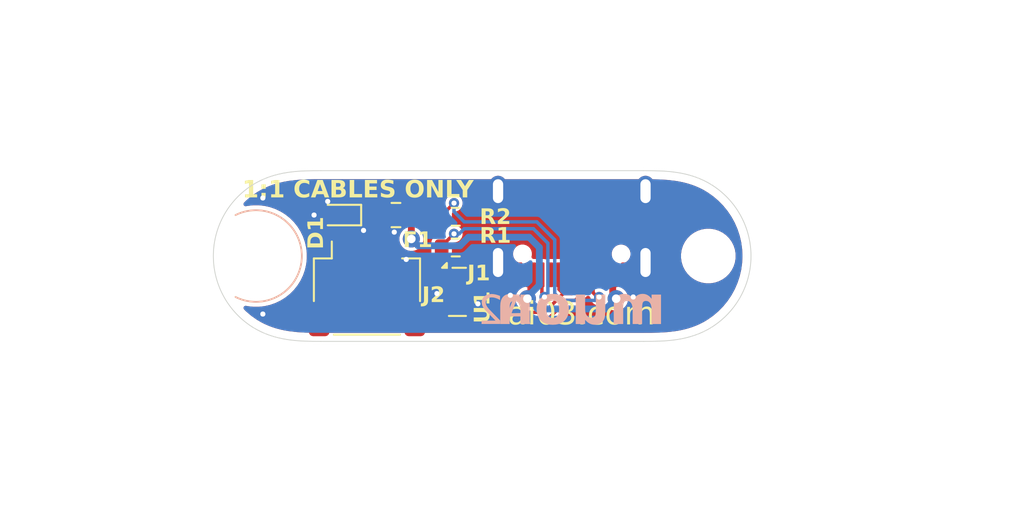
<source format=kicad_pcb>
(kicad_pcb (version 20241229) (generator "pcbnew") (generator_version "9.0")
  (layers (0 "F.Cu" signal) (2 "B.Cu" signal) (13 "F.Paste" user) (15 "B.Paste" user) (5 "F.SilkS" user "F.Silkscreen") (7 "B.SilkS" user "B.Silkscreen") (1 "F.Mask" user) (3 "B.Mask" user) (25 "Edge.Cuts" user))
  (net 0 "")
  (net 1 "+5V")
  (net 2 "GND")
  (net 3 "VBUS")
  (net 4 "Net-(J1-CC2)")
  (net 5 "D-")
  (net 6 "D+")
  (net 7 "Net-(J1-CC1)")
  (footprint "Diode_SMD:D_SOD-523" (layer "F.Cu") (at 59.9 52.6 180)
    (property "Reference" "D1" (at 1.35 -1.05 90) (layer "F.SilkS") (effects (font (size 0.9 0.9) (thickness 0.18) (bold yes))))
    (property "Value" "ESD5Z5V0")
    (fp_line (start 0.7 0.6) (end -1.26 0.6) (stroke (width 0.12)) (layer "F.SilkS"))
    (fp_line (start 0.7 -0.6) (end -1.26 -0.6) (stroke (width 0.12)) (layer "F.SilkS"))
    (fp_line (start -1.26 -0.6) (end -1.26 0.6) (stroke (width 0.12)) (layer "F.SilkS"))
    (pad "1" smd roundrect (at -0.7 0) (size 0.6 0.7) (layers "F.Cu" "F.Mask" "F.Paste") (net 1 "+5V"))
    (pad "2" smd roundrect (at 0.7 0) (size 0.6 0.7) (layers "F.Cu" "F.Mask" "F.Paste") (net 2 "GND"))
  )
  (footprint "Resistor_SMD:R_0603_1608Metric" (layer "F.Cu") (at 66.7 52.7)
    (property "Reference" "R2" (at 1.4 0.05 180) (layer "F.SilkS") (effects (font (size 0.9 0.9) (thickness 0.18) (bold yes)) (justify left)))
    (property "Value" "5.1k")
    (fp_line (start -0.237258 -0.5225) (end 0.237258 -0.5225) (stroke (width 0.12)) (layer "F.SilkS"))
    (fp_line (start -0.237258 0.5225) (end 0.237258 0.5225) (stroke (width 0.12)) (layer "F.SilkS"))
    (pad "1" smd roundrect (at -0.825 0) (size 0.8 0.95) (layers "F.Cu" "F.Mask" "F.Paste") (net 7 "Net-(J1-CC1)"))
    (pad "2" smd roundrect (at 0.825 0) (size 0.8 0.95) (layers "F.Cu" "F.Mask" "F.Paste") (net 2 "GND"))
  )
  (footprint "Resistor_SMD:R_0603_1608Metric" (layer "F.Cu") (at 66.7 54.5)
    (property "Reference" "R1" (at 1.4 -0.65 180) (layer "F.SilkS") (effects (font (size 0.9 0.9) (thickness 0.18) (bold yes)) (justify left)))
    (property "Value" "5.1k")
    (fp_line (start -0.237258 -0.5225) (end 0.237258 -0.5225) (stroke (width 0.12)) (layer "F.SilkS"))
    (fp_line (start -0.237258 0.5225) (end 0.237258 0.5225) (stroke (width 0.12)) (layer "F.SilkS"))
    (pad "1" smd roundrect (at -0.825 0) (size 0.8 0.95) (layers "F.Cu" "F.Mask" "F.Paste") (net 4 "Net-(J1-CC2)"))
    (pad "2" smd roundrect (at 0.825 0) (size 0.8 0.95) (layers "F.Cu" "F.Mask" "F.Paste") (net 2 "GND"))
  )
  (footprint "locallib:MountingHole-M2.5-Simple" (layer "F.Cu") (at 81.5 55)
    (property "Reference" "MH1")
    (property "Value" "Pad-M2.5")
    (pad "" np_thru_hole circle (at 0 0) (size 2.7 2.7) (drill 2.7) (layers "*.Cu" "*.Mask"))
  )
  (footprint "locallib:MountingHole-M2.5-Simple" (layer "F.Cu") (at 55 55)
    (property "Reference" "MH2")
    (property "Value" "Pad-M2.5")
    (pad "" np_thru_hole circle (at 0 0) (size 2.7 2.7) (drill 2.7) (layers "*.Cu" "*.Mask") (clearance 1.625))
  )
  (footprint "Fuse:Fuse_0805_2012Metric" (layer "F.Cu") (at 63.2 52.6 180)
    (property "Reference" "F1" (at -0.4 -1.5 0) (layer "F.SilkS") (effects (font (size 0.9 0.9) (thickness 0.2) (bold yes)) (justify left)))
    (property "Value" "SMD0805-100-16")
    (fp_line (start -0.258578 0.71) (end 0.258578 0.71) (stroke (width 0.12)) (layer "F.SilkS"))
    (fp_line (start -0.258578 -0.71) (end 0.258578 -0.71) (stroke (width 0.12)) (layer "F.SilkS"))
    (pad "1" smd roundrect (at -0.9375 0 180) (size 0.975 1.4) (layers "F.Cu" "F.Mask" "F.Paste") (net 3 "VBUS"))
    (pad "2" smd roundrect (at 0.9375 0 180) (size 0.975 1.4) (layers "F.Cu" "F.Mask" "F.Paste") (net 1 "+5V"))
  )
  (footprint "Package_SON:USON-10_2.5x1.0mm_P0.5mm" (layer "F.Cu") (at 66.8 57.1)
    (property "Reference" "U1" (at 1.5 0.9 90) (layer "F.SilkS") (effects (font (size 0.9 0.9) (thickness 0.18) (bold yes))))
    (property "Value" "TPD4E05U06DQA")
    (fp_line (start 0.5 -1.41) (end -0.29 -1.41) (stroke (width 0.12)) (layer "F.SilkS"))
    (fp_line (start 0.5 1.41) (end -0.5 1.41) (stroke (width 0.12)) (layer "F.SilkS"))
    (fp_poly (pts (xy -0.62 -1.41) (xy -0.9 -1.41) (xy -0.62 -1.69) (xy -0.62 -1.41)) (stroke (width 0.12)) (fill yes) (layer "F.SilkS"))
    (pad "1" smd roundrect (at -0.385 -1 270) (size 0.3 0.55) (layers "F.Cu" "F.Mask" "F.Paste") (net 6 "D+"))
    (pad "2" smd roundrect (at -0.385 -0.5 270) (size 0.3 0.55) (layers "F.Cu" "F.Mask" "F.Paste") (net 5 "D-"))
    (pad "3" smd roundrect (at -0.385 0 270) (size 0.3 0.55) (layers "F.Cu" "F.Mask" "F.Paste") (net 2 "GND"))
    (pad "4" smd roundrect (at -0.385 0.5 270) (size 0.3 0.55) (layers "F.Cu" "F.Mask" "F.Paste"))
    (pad "5" smd roundrect (at -0.385 1 270) (size 0.3 0.55) (layers "F.Cu" "F.Mask" "F.Paste"))
    (pad "6" smd roundrect (at 0.385 1 270) (size 0.3 0.55) (layers "F.Cu" "F.Mask" "F.Paste"))
    (pad "7" smd roundrect (at 0.385 0.5 270) (size 0.3 0.55) (layers "F.Cu" "F.Mask" "F.Paste"))
    (pad "8" smd roundrect (at 0.385 0 270) (size 0.3 0.55) (layers "F.Cu" "F.Mask" "F.Paste") (net 2 "GND"))
    (pad "9" smd roundrect (at 0.385 -0.5 270) (size 0.3 0.55) (layers "F.Cu" "F.Mask" "F.Paste"))
    (pad "10" smd roundrect (at 0.385 -1 270) (size 0.3 0.55) (layers "F.Cu" "F.Mask" "F.Paste"))
  )
  (footprint "locallib:HRO-TYPE-C-31-M-12-Assembly" (layer "F.Cu") (at 73.5 48.6 180)
    (property "Reference" "J1" (at 5.45 -7.45 180) (layer "F.SilkS") (effects (font (size 0.9 0.9) (thickness 0.18) (bold yes))))
    (property "Value" "HRO_TYPE-C-31-M-12")
    (pad "" np_thru_hole circle (at -2.89 -6.28 180) (size 0.6 0.6) (drill 0.6) (layers "*.Cu" "*.Mask"))
    (pad "" np_thru_hole circle (at 2.89 -6.28 180) (size 0.6 0.6) (drill 0.6) (layers "*.Cu" "*.Mask"))
    (pad "A1" smd roundrect (at -3.2 -7.5 180) (size 0.6 1.45) (layers "F.Cu" "F.Mask" "F.Paste") (roundrect_rratio 0.08333333333) (net 2 "GND"))
    (pad "A4" smd roundrect (at -2.4 -7.5 180) (size 0.6 1.45) (layers "F.Cu" "F.Mask" "F.Paste") (roundrect_rratio 0.08333333333) (net 3 "VBUS"))
    (pad "A5" smd roundrect (at -1.25 -7.5 180) (size 0.3 1.45) (layers "F.Cu" "F.Mask" "F.Paste") (roundrect_rratio 0.1666666667) (net 7 "Net-(J1-CC1)"))
    (pad "A6" smd roundrect (at -0.25 -7.5 180) (size 0.3 1.45) (layers "F.Cu" "F.Mask" "F.Paste") (roundrect_rratio 0.1666666667) (net 6 "D+"))
    (pad "A7" smd roundrect (at 0.25 -7.5 180) (size 0.3 1.45) (layers "F.Cu" "F.Mask" "F.Paste") (roundrect_rratio 0.1666666667) (net 5 "D-"))
    (pad "A8" smd roundrect (at 1.25 -7.5 180) (size 0.3 1.45) (layers "F.Cu" "F.Mask" "F.Paste") (roundrect_rratio 0.1666666667))
    (pad "A9" smd roundrect (at 2.4 -7.5 180) (size 0.6 1.45) (layers "F.Cu" "F.Mask" "F.Paste") (roundrect_rratio 0.08333333333) (net 3 "VBUS"))
    (pad "A12" smd roundrect (at 3.2 -7.5 180) (size 0.6 1.45) (layers "F.Cu" "F.Mask" "F.Paste") (roundrect_rratio 0.08333333333) (net 2 "GND"))
    (pad "B5" smd roundrect (at 1.75 -7.5 180) (size 0.3 1.45) (layers "F.Cu" "F.Mask" "F.Paste") (roundrect_rratio 0.1666666667) (net 4 "Net-(J1-CC2)"))
    (pad "B6" smd roundrect (at 0.75 -7.5 180) (size 0.3 1.45) (layers "F.Cu" "F.Mask" "F.Paste") (roundrect_rratio 0.1666666667) (net 6 "D+"))
    (pad "B7" smd roundrect (at -0.75 -7.5 180) (size 0.3 1.45) (layers "F.Cu" "F.Mask" "F.Paste") (roundrect_rratio 0.1666666667) (net 5 "D-"))
    (pad "B8" smd roundrect (at -1.75 -7.5 180) (size 0.3 1.45) (layers "F.Cu" "F.Mask" "F.Paste") (roundrect_rratio 0.1666666667))
    (pad "S1" thru_hole oval (at -4.32 -6.78 180) (size 1 2.1) (drill oval 0.6 1.7) (layers "*.Cu" "*.Mask") (net 2 "GND"))
    (pad "S1" thru_hole oval (at -4.32 -2.6 180) (size 1 1.8) (drill oval 0.6 1.4) (layers "*.Cu" "*.Mask") (net 2 "GND"))
    (pad "S1" thru_hole oval (at 4.32 -6.78 180) (size 1 2.1) (drill oval 0.6 1.7) (layers "*.Cu" "*.Mask") (net 2 "GND"))
    (pad "S1" thru_hole oval (at 4.32 -2.6 180) (size 1 1.8) (drill oval 0.6 1.4) (layers "*.Cu" "*.Mask") (net 2 "GND"))
  )
  (footprint "Connector_JST:JST_SH_SM04B-SRSS-TB_1x04-1MP_P1.00mm_Horizontal" (layer "F.Cu") (at 61.5 56.925)
    (property "Reference" "J2" (at 3.9 0.4 0) (layer "F.SilkS") (effects (font (size 0.9 0.9) (thickness 0.18) (bold yes))))
    (property "Value" "SM04B-SRSS-TB")
    (fp_line (start -3.11 -1.785) (end -2.06 -1.785) (stroke (width 0.12)) (layer "F.SilkS"))
    (fp_line (start -3.11 0.715) (end -3.11 -1.785) (stroke (width 0.12)) (layer "F.SilkS"))
    (fp_line (start -2.06 -1.785) (end -2.06 -2.775) (stroke (width 0.12)) (layer "F.SilkS"))
    (fp_line (start -1.94 2.685) (end 1.94 2.685) (stroke (width 0.12)) (layer "F.SilkS"))
    (fp_line (start 3.11 -1.785) (end 2.06 -1.785) (stroke (width 0.12)) (layer "F.SilkS"))
    (fp_line (start 3.11 0.715) (end 3.11 -1.785) (stroke (width 0.12)) (layer "F.SilkS"))
    (pad "1" smd roundrect (at -1.5 -2) (size 0.6 1.55) (layers "F.Cu" "F.Mask" "F.Paste") (net 1 "+5V"))
    (pad "2" smd roundrect (at -0.5 -2) (size 0.6 1.55) (layers "F.Cu" "F.Mask" "F.Paste") (net 5 "D-"))
    (pad "3" smd roundrect (at 0.5 -2) (size 0.6 1.55) (layers "F.Cu" "F.Mask" "F.Paste") (net 6 "D+"))
    (pad "4" smd roundrect (at 1.5 -2) (size 0.6 1.55) (layers "F.Cu" "F.Mask" "F.Paste") (net 2 "GND"))
    (pad "MP" smd roundrect (at -2.8 1.875) (size 1.2 1.8) (layers "F.Cu" "F.Mask" "F.Paste") (roundrect_rratio 0.208333) (net 2 "GND"))
    (pad "MP" smd roundrect (at 2.8 1.875) (size 1.2 1.8) (layers "F.Cu" "F.Mask" "F.Paste") (roundrect_rratio 0.208333) (net 2 "GND"))
  )
  (gr_arc (start 53.8 52.6) (mid 57.683282 54.999999) (end 53.800001 57.400001) (stroke (width 0.1)) (layer "F.SilkS"))
  (gr_arc (start 53.800001 52.599999) (mid 57.683282 55.000001) (end 53.8 57.4) (stroke (width 0.1)) (layer "B.SilkS"))
  (gr_arc (start 81.721204 50.846303) (mid 84 55) (end 81.721204 59.153697) (stroke (width 0.05)) (layer "Edge.Cuts"))
  (gr_line (start 77.698951 50) (end 58.801049 50) (stroke (width 0.05)) (layer "Edge.Cuts"))
  (gr_curve (pts (xy 58.801049 60) (xy 57.594791 60) (xy 56.107226 60) (xy 54.778796 59.153697)) (stroke (width 0.05)) (layer "Edge.Cuts"))
  (gr_curve (pts (xy 77.698951 50) (xy 78.905209 50) (xy 80.392774 50) (xy 81.721204 50.846303)) (stroke (width 0.05)) (layer "Edge.Cuts"))
  (gr_line (start 58.801049 60) (end 77.698951 60) (stroke (width 0.05)) (layer "Edge.Cuts"))
  (gr_curve (pts (xy 77.698951 60) (xy 78.905209 60) (xy 80.392774 60) (xy 81.721204 59.153697)) (stroke (width 0.05)) (layer "Edge.Cuts"))
  (gr_curve (pts (xy 58.801049 50) (xy 57.594791 50) (xy 56.107226 50) (xy 54.778796 50.846303)) (stroke (width 0.05)) (layer "Edge.Cuts"))
  (gr_arc (start 54.778796 59.153697) (mid 52.5 55) (end 54.778796 50.846303) (stroke (width 0.05)) (layer "Edge.Cuts"))
  (gr_text "ai03.com" (at 78.4 58.45 0) (layer "F.SilkS") (effects (font (size 1.34 1.34) (thickness 0.1675) (italic yes)) (justify right)))
  (gr_text "1:1 CABLES ONLY" (at 67.75 51.15 0) (layer "F.SilkS") (effects (font (size 1 1) (thickness 0.25) (bold yes) (italic yes)) (justify right)))
  (gr_text "A2" (at 71.1 58.28 0) (layer "B.SilkS") (effects (font (size 1.69 1.69) (thickness 0.16875) (italic yes)) (justify left mirror)))
  (gr_text "muon" (at 78.99 58.05 0) (layer "B.SilkS") (effects (font (size 2.25 2.25) (thickness 0.35) (bold yes) (italic yes)) (justify left mirror)))
  (segment (start 60 53.85) (end 60.6 53.25) (width 0.4) (layer "F.Cu") (net 1))
  (segment (start 60 54.925) (end 60 53.85) (width 0.4) (layer "F.Cu") (net 1))
  (segment (start 60.6 52.6) (end 62.2625 52.6) (width 0.4) (layer "F.Cu") (net 1))
  (segment (start 60.6 53.25) (end 60.6 52.6) (width 0.4) (layer "F.Cu") (net 1))
  (via (at 63.8 55.2) (size 0.6) (drill 0.3) (layers "F.Cu" "B.Cu") (net 2))
  (via (at 68 57.8) (size 0.6) (drill 0.3) (layers "F.Cu" "B.Cu") (net 2))
  (via (at 69.9 57.3) (size 0.6) (drill 0.3) (layers "F.Cu" "B.Cu") (net 2))
  (via (at 65.6 57.2) (size 0.6) (drill 0.3) (layers "F.Cu" "B.Cu") (net 2))
  (via (at 63.1 53.6) (size 0.6) (drill 0.3) (layers "F.Cu" "B.Cu") (net 2))
  (via (at 77.1 57.4) (size 0.6) (drill 0.3) (layers "F.Cu" "B.Cu") (net 2))
  (via (at 61.3 53.5) (size 0.6) (drill 0.3) (layers "F.Cu" "B.Cu") (net 2))
  (via (at 58.4 52.6) (size 0.6) (drill 0.3) (layers "F.Cu" "B.Cu") (net 2))
  (via (at 59.2 51.8) (size 0.6) (drill 0.3) (layers "F.Cu" "B.Cu") (net 2))
  (via (at 55.4 51.6) (size 0.6) (drill 0.3) (layers "F.Cu" "B.Cu") (net 2))
  (via (at 55.4 58.4) (size 0.6) (drill 0.3) (layers "F.Cu" "B.Cu") (net 2))
  (segment (start 64.1 52.5375) (end 64.1375 52.5) (width 0.4) (layer "F.Cu") (net 3))
  (segment (start 75.9 56.1) (end 75.9 57.3) (width 0.4) (layer "F.Cu") (net 3))
  (segment (start 75.9 57.3) (end 76.1 57.5) (width 0.4) (layer "F.Cu") (net 3))
  (segment (start 71.1 57.3) (end 70.9 57.5) (width 0.4) (layer "F.Cu") (net 3))
  (segment (start 71.1 56.1) (end 71.1 57.3) (width 0.4) (layer "F.Cu") (net 3))
  (segment (start 64.1 54) (end 64.1 52.5375) (width 0.4) (layer "F.Cu") (net 3))
  (via (at 76.1 57.5) (size 1) (drill 0.5) (layers "F.Cu" "B.Cu") (net 3))
  (via (at 64.1 54) (size 1) (drill 0.5) (layers "F.Cu" "B.Cu") (net 3))
  (via (at 70.9 57.5) (size 1) (drill 0.5) (layers "F.Cu" "B.Cu") (net 3))
  (segment (start 70.9 57.5) (end 70.9 57.4) (width 0.4) (layer "B.Cu") (net 3))
  (segment (start 66.95 54.4) (end 64.5 54.4) (width 0.4) (layer "B.Cu") (net 3))
  (segment (start 71.6 54.5) (end 71 53.9) (width 0.4) (layer "B.Cu") (net 3))
  (segment (start 75.5 58.1) (end 71.5 58.1) (width 0.4) (layer "B.Cu") (net 3))
  (segment (start 71.6 56.7) (end 71.6 54.5) (width 0.4) (layer "B.Cu") (net 3))
  (segment (start 71.5 58.1) (end 70.9 57.5) (width 0.4) (layer "B.Cu") (net 3))
  (segment (start 67.45 53.9) (end 66.95 54.4) (width 0.4) (layer "B.Cu") (net 3))
  (segment (start 64.5 54.4) (end 64.1 54) (width 0.4) (layer "B.Cu") (net 3))
  (segment (start 71 53.9) (end 67.45 53.9) (width 0.4) (layer "B.Cu") (net 3))
  (segment (start 70.9 57.4) (end 71.6 56.7) (width 0.4) (layer "B.Cu") (net 3))
  (segment (start 76.1 57.5) (end 75.5 58.1) (width 0.4) (layer "B.Cu") (net 3))
  (segment (start 71.75 57.15) (end 71.75 56.1) (width 0.2) (layer "F.Cu") (net 4))
  (segment (start 65.875 54.5) (end 65.875 54.425) (width 0.2) (layer "F.Cu") (net 4))
  (segment (start 71.9 57.3) (end 71.75 57.15) (width 0.2) (layer "F.Cu") (net 4))
  (segment (start 65.875 54.425) (end 66.6 53.7) (width 0.2) (layer "F.Cu") (net 4))
  (segment (start 71.9 57.4) (end 71.9 57.3) (width 0.2) (layer "F.Cu") (net 4))
  (via (at 71.9 57.4) (size 0.6) (drill 0.3) (layers "F.Cu" "B.Cu") (net 4))
  (via (at 66.6 53.7) (size 0.6) (drill 0.3) (layers "F.Cu" "B.Cu") (net 4))
  (segment (start 66.6 53.7) (end 66.9 53.7) (width 0.2) (layer "B.Cu") (net 4))
  (segment (start 66.9 53.7) (end 67.2 53.4) (width 0.2) (layer "B.Cu") (net 4))
  (segment (start 67.2 53.4) (end 71.25 53.4) (width 0.2) (layer "B.Cu") (net 4))
  (segment (start 72.1 57.2) (end 71.9 57.4) (width 0.2) (layer "B.Cu") (net 4))
  (segment (start 72.1 54.25) (end 72.1 57.2) (width 0.2) (layer "B.Cu") (net 4))
  (segment (start 71.25 53.4) (end 72.1 54.25) (width 0.2) (layer "B.Cu") (net 4))
  (segment (start 72.1 58.7) (end 73.2 57.6) (width 0.2) (layer "F.Cu") (net 5))
  (segment (start 73.5 55) (end 74 55) (width 0.2) (layer "F.Cu") (net 5))
  (segment (start 66 56.6) (end 67.7 56.6) (width 0.2) (layer "F.Cu") (net 5))
  (segment (start 73.25 55.25) (end 73.5 55) (width 0.2) (layer "F.Cu") (net 5))
  (segment (start 69.8 58.7) (end 72.1 58.7) (width 0.2) (layer "F.Cu") (net 5))
  (segment (start 65.9 56.5) (end 66 56.6) (width 0.2) (layer "F.Cu") (net 5))
  (segment (start 74 55) (end 74.25 55.25) (width 0.2) (layer "F.Cu") (net 5))
  (segment (start 73.25 56.1) (end 73.25 55.25) (width 0.2) (layer "F.Cu") (net 5))
  (segment (start 73.2 57.6) (end 73.7 57.6) (width 0.2) (layer "F.Cu") (net 5))
  (segment (start 74.25 55.25) (end 74.25 56.1) (width 0.2) (layer "F.Cu") (net 5))
  (segment (start 73.7 57.6) (end 74.25 57.05) (width 0.2) (layer "F.Cu") (net 5))
  (segment (start 62.1 56.5) (end 65.9 56.5) (width 0.2) (layer "F.Cu") (net 5))
  (segment (start 67.7 56.6) (end 69.8 58.7) (width 0.2) (layer "F.Cu") (net 5))
  (segment (start 74.25 57.05) (end 74.25 56.1) (width 0.2) (layer "F.Cu") (net 5))
  (segment (start 61 54.925) (end 61 55.4) (width 0.2) (layer "F.Cu") (net 5))
  (segment (start 61 55.4) (end 62.1 56.5) (width 0.2) (layer "F.Cu") (net 5))
  (segment (start 73.75 56.95) (end 73.5 57.2) (width 0.2) (layer "F.Cu") (net 6))
  (segment (start 67.8 56.1) (end 70 58.3) (width 0.2) (layer "F.Cu") (net 6))
  (segment (start 62 55.8) (end 62.3 56.1) (width 0.2) (layer "F.Cu") (net 6))
  (segment (start 72.75 56.95) (end 73 57.2) (width 0.2) (layer "F.Cu") (net 6))
  (segment (start 62.3 56.1) (end 67.8 56.1) (width 0.2) (layer "F.Cu") (net 6))
  (segment (start 70 58.3) (end 71.9 58.3) (width 0.2) (layer "F.Cu") (net 6))
  (segment (start 62 54.925) (end 62 55.8) (width 0.2) (layer "F.Cu") (net 6))
  (segment (start 72.75 56.1) (end 72.75 56.95) (width 0.2) (layer "F.Cu") (net 6))
  (segment (start 73.5 57.2) (end 73 57.2) (width 0.2) (layer "F.Cu") (net 6))
  (segment (start 71.9 58.3) (end 73 57.2) (width 0.2) (layer "F.Cu") (net 6))
  (segment (start 73.75 56.1) (end 73.75 56.95) (width 0.2) (layer "F.Cu") (net 6))
  (segment (start 65.875 52.7) (end 65.875 52.625) (width 0.2) (layer "F.Cu") (net 7))
  (segment (start 65.875 52.625) (end 66.6 51.9) (width 0.2) (layer "F.Cu") (net 7))
  (segment (start 75 57.4) (end 74.75 57.15) (width 0.2) (layer "F.Cu") (net 7))
  (segment (start 74.75 57.15) (end 74.75 56.1) (width 0.2) (layer "F.Cu") (net 7))
  (segment (start 75.1 57.4) (end 75 57.4) (width 0.2) (layer "F.Cu") (net 7))
  (via (at 75.1 57.4) (size 0.6) (drill 0.3) (layers "F.Cu" "B.Cu") (net 7))
  (via (at 66.6 51.9) (size 0.6) (drill 0.3) (layers "F.Cu" "B.Cu") (net 7))
  (segment (start 72.5 54.05) (end 71.45 53) (width 0.2) (layer "B.Cu") (net 7))
  (segment (start 67.2 53) (end 66.6 52.4) (width 0.2) (layer "B.Cu") (net 7))
  (segment (start 72.9 57.6) (end 72.5 57.2) (width 0.2) (layer "B.Cu") (net 7))
  (segment (start 75.1 57.4) (end 74.9 57.6) (width 0.2) (layer "B.Cu") (net 7))
  (segment (start 72.5 57.2) (end 72.5 54.05) (width 0.2) (layer "B.Cu") (net 7))
  (segment (start 66.6 52.4) (end 66.6 51.9) (width 0.2) (layer "B.Cu") (net 7))
  (segment (start 74.9 57.6) (end 72.9 57.6) (width 0.2) (layer "B.Cu") (net 7))
  (segment (start 71.45 53) (end 67.2 53) (width 0.2) (layer "B.Cu") (net 7))
  (zone (net 2) (net_name "GND") (layers "F.Cu" "B.Cu") (connect_pads yes (clearance 0.2)) (min_thickness 0.25) (fill yes (thermal_gap 0.5) (thermal_bridge_width 0.5))
    (polygon (pts (xy 40 40) (xy 100 40) (xy 100 70) (xy 40 70)))
  )
)
</source>
